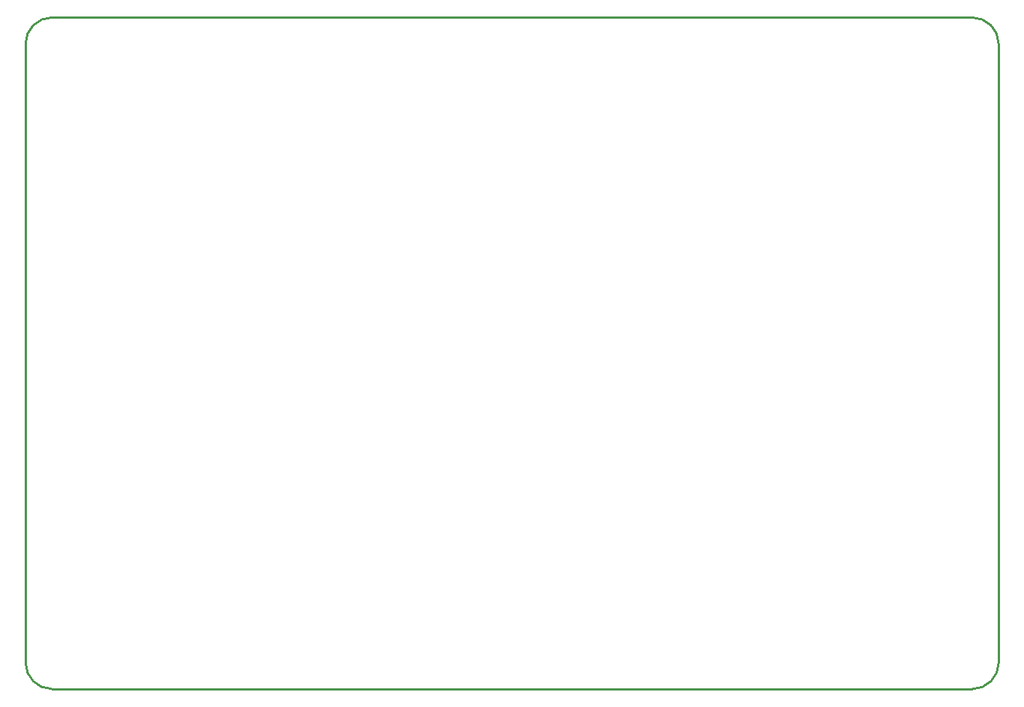
<source format=gbr>
%TF.GenerationSoftware,KiCad,Pcbnew,8.0.4*%
%TF.CreationDate,2024-08-14T20:48:44+02:00*%
%TF.ProjectId,Encoders-LCD,456e636f-6465-4727-932d-4c43442e6b69,rev?*%
%TF.SameCoordinates,PX2b64660PY700e860*%
%TF.FileFunction,Profile,NP*%
%FSLAX46Y46*%
G04 Gerber Fmt 4.6, Leading zero omitted, Abs format (unit mm)*
G04 Created by KiCad (PCBNEW 8.0.4) date 2024-08-14 20:48:44*
%MOMM*%
%LPD*%
G01*
G04 APERTURE LIST*
%TA.AperFunction,Profile*%
%ADD10C,0.250000*%
%TD*%
G04 APERTURE END LIST*
D10*
X107000000Y76000000D02*
G75*
G02*
X110000000Y73000000I0J-3000000D01*
G01*
X0Y73000000D02*
G75*
G02*
X3000000Y76000000I3000000J0D01*
G01*
X0Y3000000D02*
X0Y73000000D01*
X107000000Y0D02*
X3000000Y0D01*
X3000000Y0D02*
G75*
G02*
X0Y3000000I0J3000000D01*
G01*
X110000000Y3000000D02*
G75*
G02*
X107000000Y0I-3000000J0D01*
G01*
X110000000Y73000000D02*
X110000000Y3000000D01*
X3000000Y76000000D02*
X107000000Y76000000D01*
M02*

</source>
